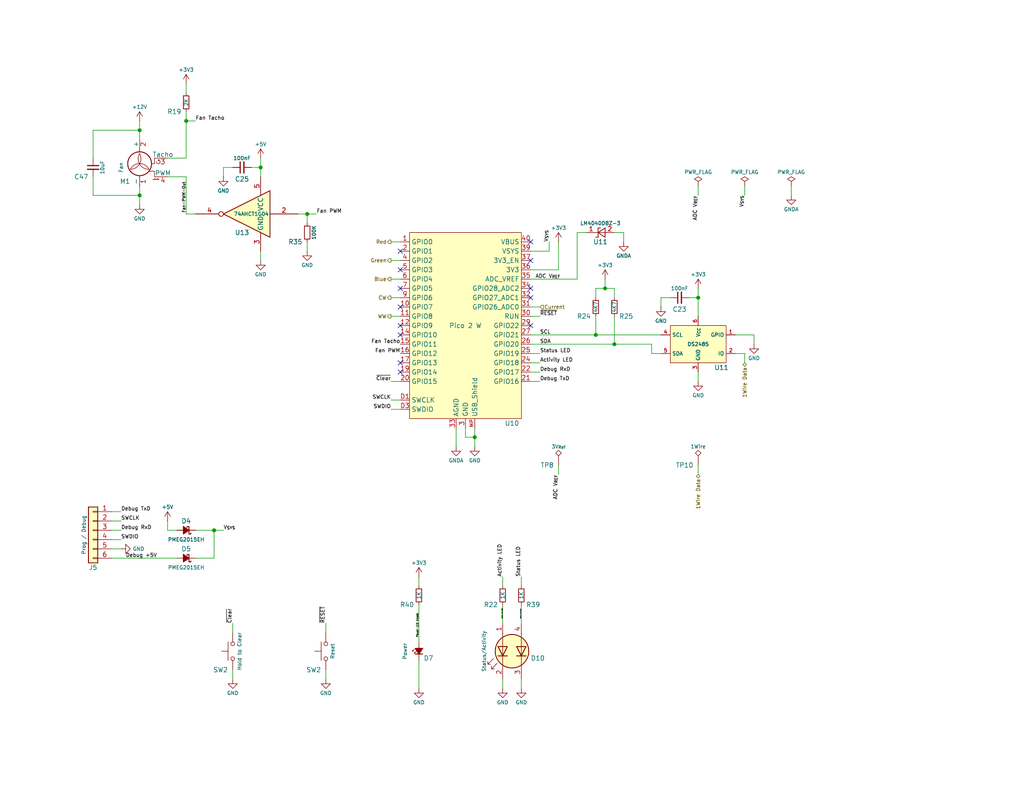
<source format=kicad_sch>
(kicad_sch (version 20231120) (generator "eeschema") (generator_version "8.0")
  (paper "USLetter")
  (title_block (title "Controller") (date "2025-02-06") (rev "1.0.1") (company "Erratic.Tech"))
  (lib_symbols
    (symbol "KiLight Mono:+12V" (power) (pin_numbers hide) (pin_names (offset 0) hide)
      (property "Value" "+12V" (at 0 3.556 0))
      (symbol "+12V_0_1"
        (polyline (pts (xy -0.762 1.27) (xy 0 2.54)))
        (polyline (pts (xy 0 0) (xy 0 2.54)))
        (polyline (pts (xy 0 2.54) (xy 0.762 1.27)))
      )
      (symbol "+12V_1_1"
        (pin power_in line (at 0 0 90) (length 0) (name "~") (number "1"))
      )
    )
    (symbol "KiLight Mono:+3V3" (power) (pin_numbers hide) (pin_names (offset 0) hide)
      (property "Value" "+3V3" (at 0 3.556 0))
      (symbol "+3V3_0_1"
        (polyline (pts (xy -0.762 1.27) (xy 0 2.54)))
        (polyline (pts (xy 0 0) (xy 0 2.54)))
        (polyline (pts (xy 0 2.54) (xy 0.762 1.27)))
      )
      (symbol "+3V3_1_1"
        (pin power_in line (at 0 0 90) (length 0) (name "~") (number "1"))
      )
    )
    (symbol "KiLight Mono:+5V" (power) (pin_numbers hide) (pin_names (offset 0) hide)
      (property "Value" "+5V" (at 0 3.556 0))
      (symbol "+5V_0_1"
        (polyline (pts (xy -0.762 1.27) (xy 0 2.54)))
        (polyline (pts (xy 0 0) (xy 0 2.54)))
        (polyline (pts (xy 0 2.54) (xy 0.762 1.27)))
      )
      (symbol "+5V_1_1"
        (pin power_in line (at 0 0 90) (length 0) (name "~") (number "1"))
      )
    )
    (symbol "KiLight Mono:74AHCT1G04"
      (property "Reference" "U" (at -2.54 3.81 0))
      (property "Value" "74AHCT1G04" (at 0 -3.81 0))
      (symbol "74AHCT1G04_0_1"
        (polyline (pts (xy -7.62 6.35) (xy -7.62 -6.35) (xy 5.08 0) (xy -7.62 6.35)) (stroke (width 0.254)) (fill (type background)))
      )
      (symbol "74AHCT1G04_1_1"
        (pin no_connect line (at 0 0 90) (length 0) hide (name "NC") (number "1"))
        (pin input line (at -15.24 0 0) (length 7.62) (name "~") (number "2"))
        (pin power_in line (at -5.08 -10.16 90) (length 5.08) (name "GND") (number "3"))
        (pin output inverted (at 12.7 0 180) (length 7.62) (name "~") (number "4"))
        (pin power_in line (at -5.08 10.16 270) (length 5.08) (name "VCC") (number "5"))
      )
    )
    (symbol "KiLight Mono:C_Small" (pin_numbers hide) (pin_names (offset 0.254) hide)
      (property "Reference" "C" (at 0.254 1.778 0))
      (property "Value" "C_Small" (at 0.254 -2.032 0))
      (symbol "C_Small_0_1"
        (polyline (pts (xy -1.524 -0.508) (xy 1.524 -0.508)) (stroke (width 0.3302)))
        (polyline (pts (xy -1.524 0.508) (xy 1.524 0.508)) (stroke (width 0.3048)))
      )
      (symbol "C_Small_1_1"
        (pin passive line (at 0 2.54 270) (length 2.032) (name "~") (number "1"))
        (pin passive line (at 0 -2.54 90) (length 2.032) (name "~") (number "2"))
      )
    )
    (symbol "KiLight Mono:Conn_01x06" (pin_names (offset 1.016) hide)
      (property "Reference" "J" (at 0 7.62 0))
      (property "Value" "Conn_01x06" (at 0 -10.16 0))
      (symbol "Conn_01x06_1_1"
        (rectangle (start -1.27 -7.493) (end 0 -7.747) (stroke (width 0.1524)))
        (rectangle (start -1.27 -4.953) (end 0 -5.207) (stroke (width 0.1524)))
        (rectangle (start -1.27 -2.413) (end 0 -2.667) (stroke (width 0.1524)))
        (rectangle (start -1.27 0.127) (end 0 -0.127) (stroke (width 0.1524)))
        (rectangle (start -1.27 2.667) (end 0 2.413) (stroke (width 0.1524)))
        (rectangle (start -1.27 5.207) (end 0 4.953) (stroke (width 0.1524)))
        (rectangle (start -1.27 6.35) (end 1.27 -8.89) (stroke (width 0.254)) (fill (type background)))
        (pin passive line (at -5.08 5.08 0) (length 3.81) (name "Pin_1") (number "1"))
        (pin passive line (at -5.08 2.54 0) (length 3.81) (name "Pin_2") (number "2"))
        (pin passive line (at -5.08 0 0) (length 3.81) (name "Pin_3") (number "3"))
        (pin passive line (at -5.08 -2.54 0) (length 3.81) (name "Pin_4") (number "4"))
        (pin passive line (at -5.08 -5.08 0) (length 3.81) (name "Pin_5") (number "5"))
        (pin passive line (at -5.08 -7.62 0) (length 3.81) (name "Pin_6") (number "6"))
      )
    )
    (symbol "KiLight Mono:DS2485"
      (property "Reference" "U" (at 6.35 -6.35 0))
      (property "Value" "DS2485" (at 0 0 0))
      (symbol "DS2485_1_1"
        (rectangle (start -7.62 5.08) (end 7.62 -5.08) (fill (type background)))
        (pin bidirectional line (at 10.16 2.54 180) (length 2.54) (name "GPIO") (number "1"))
        (pin bidirectional line (at 10.16 -2.54 180) (length 2.54) (name "IO") (number "2"))
        (pin power_in line (at 0 -7.62 90) (length 2.54) (name "GND") (number "3"))
        (pin input line (at -10.16 2.54 0) (length 2.54) (name "SCL") (number "4"))
        (pin bidirectional line (at -10.16 -2.54 0) (length 2.54) (name "SDA") (number "5"))
        (pin power_in line (at 0 7.62 270) (length 2.54) (name "V_{CC}") (number "6"))
        (pin passive line (at 0 -7.62 90) (length 2.54) hide (name "GND") (number "7"))
      )
    )
    (symbol "KiLight Mono:D_Schottky_Small_Filled" (pin_numbers hide) (pin_names (offset 0.254) hide)
      (property "Reference" "D" (at -1.27 2.032 0))
      (property "Value" "D_Schottky_Small_Filled" (at -7.112 -2.032 0))
      (symbol "D_Schottky_Small_Filled_0_1"
        (polyline (pts (xy -0.762 0) (xy 0.762 0)))
        (polyline (pts (xy 0.762 -1.016) (xy -0.762 0) (xy 0.762 1.016) (xy 0.762 -1.016)) (stroke (width 0.254)) (fill (type outline)))
        (polyline (pts (xy -1.27 0.762) (xy -1.27 1.016) (xy -0.762 1.016) (xy -0.762 -1.016) (xy -0.254 -1.016) (xy -0.254 -0.762)) (stroke (width 0.254)))
      )
      (symbol "D_Schottky_Small_Filled_1_1"
        (pin passive line (at -2.54 0 0) (length 1.778) (name "K") (number "1"))
        (pin passive line (at 2.54 0 180) (length 1.778) (name "A") (number "2"))
      )
    )
    (symbol "KiLight Mono:Fan_4pin" (pin_names (offset 0))
      (property "Reference" "M" (at 2.54 5.08 0))
      (property "Value" "Fan_4pin" (at 2.54 -2.54 0))
      (symbol "Fan_4pin_0_0"
        (arc (start -5.588 1.524) (mid -5.08 1.0182) (end -4.572 1.524))
        (arc (start -5.08 2.032) (mid -5.4392 1.8832) (end -5.588 1.524))
        (polyline (pts (xy -5.08 2.032) (xy -5.334 2.159)))
        (polyline (pts (xy -5.08 2.032) (xy -5.207 1.778)))
        (polyline (pts (xy -4.064 2.54) (xy -4.064 1.016) (xy -3.302 1.016)))
      )
      (symbol "Fan_4pin_0_1"
        (arc (start -2.54 -0.508) (mid 0.0028 0.9121) (end 0 3.81))
        (polyline (pts (xy -4.064 2.54) (xy -5.08 2.54)))
        (polyline (pts (xy 0 -5.08) (xy 0 -4.572)))
        (polyline (pts (xy 0 -2.2352) (xy 0 -2.6416)))
        (polyline (pts (xy 0 4.2672) (xy 0 4.6228)))
        (polyline (pts (xy 0 4.572) (xy 0 5.08)))
        (polyline (pts (xy -2.54 -1.016) (xy -4.064 -1.016) (xy -4.064 -2.54) (xy -5.08 -2.54)))
        (polyline (pts (xy -5.334 -3.302) (xy -5.08 -3.302) (xy -5.08 -3.048) (xy -4.826 -3.048) (xy -4.826 -3.302) (xy -4.318 -3.302) (xy -4.318 -3.048) (xy -4.064 -3.048) (xy -4.064 -3.302) (xy -3.556 -3.302)))
        (circle (center 0 1.016) (radius 3.2512) (stroke (width 0.254)))
        (arc (start 0 3.81) (mid 0.053 0.921) (end 2.54 -0.508))
        (arc (start 2.54 -0.508) (mid 0 1.0618) (end -2.54 -0.508))
      )
      (symbol "Fan_4pin_1_1"
        (pin passive line (at 0 -5.08 90) (length 2.54) (name "-") (number "1"))
        (pin passive line (at 0 7.62 270) (length 2.54) (name "+") (number "2"))
        (pin passive line (at -7.62 2.54 0) (length 2.54) (name "Tacho") (number "3"))
        (pin input line (at -7.62 -2.54 0) (length 2.54) (name "PWM") (number "4"))
      )
    )
    (symbol "KiLight Mono:GND" (power) (pin_numbers hide) (pin_names (offset 0) hide)
      (property "Value" "GND" (at 0 -3.81 0))
      (symbol "GND_0_1"
        (polyline (pts (xy 0 0) (xy 0 -1.27) (xy 1.27 -1.27) (xy 0 -2.54) (xy -1.27 -1.27) (xy 0 -1.27)))
      )
      (symbol "GND_1_1"
        (pin power_in line (at 0 0 270) (length 0) (name "~") (number "1"))
      )
    )
    (symbol "KiLight Mono:GNDA" (power) (pin_numbers hide) (pin_names (offset 0) hide)
      (property "Value" "GNDA" (at 0 -3.81 0))
      (symbol "GNDA_0_1"
        (polyline (pts (xy 0 0) (xy 0 -1.27) (xy 1.27 -1.27) (xy 0 -2.54) (xy -1.27 -1.27) (xy 0 -1.27)))
      )
      (symbol "GNDA_1_1"
        (pin power_in line (at 0 0 270) (length 0) (name "~") (number "1"))
      )
    )
    (symbol "KiLight Mono:LED_Dual_AKKA" (pin_names (offset 0) hide)
      (property "Reference" "D" (at 0 5.715 0))
      (property "Value" "LED_Dual_AKKA" (at 0 -6.35 0))
      (symbol "LED_Dual_AKKA_0_1"
        (polyline (pts (xy -5.08 -2.54) (xy 2.032 -2.54)))
        (polyline (pts (xy -5.08 2.54) (xy 2.032 2.54)))
        (polyline (pts (xy 1.27 -1.27) (xy 1.27 -3.81)) (stroke (width 0.254)))
        (polyline (pts (xy 1.27 3.81) (xy 1.27 1.27)) (stroke (width 0.254)))
        (polyline (pts (xy 3.81 -2.54) (xy 1.905 -2.54)))
        (polyline (pts (xy 3.81 2.54) (xy 1.905 2.54)))
        (polyline (pts (xy -1.27 -1.27) (xy -1.27 -3.81) (xy 1.27 -2.54) (xy -1.27 -1.27)) (stroke (width 0.254)))
        (polyline (pts (xy -1.27 3.81) (xy -1.27 1.27) (xy 1.27 2.54) (xy -1.27 3.81)) (stroke (width 0.254)))
        (polyline (pts (xy 2.032 5.08) (xy 3.556 6.604) (xy 2.794 6.604) (xy 3.556 6.604) (xy 3.556 5.842)))
        (polyline (pts (xy 3.302 4.064) (xy 4.826 5.588) (xy 4.064 5.588) (xy 4.826 5.588) (xy 4.826 4.826)))
        (circle (center 0 0) (radius 4.572) (stroke (width 0.254)) (fill (type background)))
      )
      (symbol "LED_Dual_AKKA_1_1"
        (pin input line (at -7.62 2.54 0) (length 3.048) (name "A1") (number "1"))
        (pin input line (at 7.62 2.54 180) (length 3.81) (name "K1") (number "2"))
        (pin input line (at 7.62 -2.54 180) (length 3.81) (name "K2") (number "3"))
        (pin input line (at -7.62 -2.54 0) (length 3.048) (name "A2") (number "4"))
      )
    )
    (symbol "KiLight Mono:LED_Small_Filled" (pin_numbers hide) (pin_names (offset 0.254) hide)
      (property "Reference" "D" (at -1.27 3.175 0))
      (property "Value" "LED_Small_Filled" (at -4.445 -2.54 0))
      (symbol "LED_Small_Filled_0_1"
        (polyline (pts (xy -0.762 -1.016) (xy -0.762 1.016)) (stroke (width 0.254)))
        (polyline (pts (xy 1.016 0) (xy -0.762 0)))
        (polyline (pts (xy 0.762 -1.016) (xy -0.762 0) (xy 0.762 1.016) (xy 0.762 -1.016)) (stroke (width 0.254)) (fill (type outline)))
        (polyline (pts (xy 0 0.762) (xy -0.508 1.27) (xy -0.254 1.27) (xy -0.508 1.27) (xy -0.508 1.016)))
        (polyline (pts (xy 0.508 1.27) (xy 0 1.778) (xy 0.254 1.778) (xy 0 1.778) (xy 0 1.524)))
      )
      (symbol "LED_Small_Filled_1_1"
        (pin passive line (at -2.54 0 0) (length 1.778) (name "K") (number "1"))
        (pin passive line (at 2.54 0 180) (length 1.778) (name "A") (number "2"))
      )
    )
    (symbol "KiLight Mono:LM4040DBZ-3" (pin_names (offset 0.0254) hide)
      (property "Reference" "U" (at 0 2.54 0))
      (property "Value" "LM4040DBZ-3" (at 0 -3.175 0))
      (symbol "LM4040DBZ-3_0_1"
        (polyline (pts (xy -1.27 0) (xy 0 0) (xy 1.27 0)))
        (polyline (pts (xy -1.27 -1.27) (xy 0.635 0) (xy -1.27 1.27) (xy -1.27 -1.27)) (stroke (width 0.2032)))
        (polyline (pts (xy 0 -1.27) (xy 0.635 -1.27) (xy 0.635 1.27) (xy 1.27 1.27)) (stroke (width 0.2032)))
      )
      (symbol "LM4040DBZ-3_1_1"
        (pin passive line (at 3.81 0 180) (length 2.54) (name "K") (number "1"))
        (pin passive line (at -3.81 0 0) (length 2.54) (name "A") (number "2"))
        (pin no_connect line (at -1.27 0 0) (length 2.54) hide (name "NC") (number "3"))
      )
    )
    (symbol "KiLight Mono:PWR_FLAG" (power) (pin_numbers hide) (pin_names (offset 0) hide)
      (property "Value" "PWR_FLAG" (at 0 3.81 0))
      (symbol "PWR_FLAG_0_0"
        (pin power_out line (at 0 0 90) (length 0) (name "~") (number "1"))
      )
      (symbol "PWR_FLAG_0_1"
        (polyline (pts (xy 0 0) (xy 0 1.27) (xy -1.016 1.905) (xy 0 2.54) (xy 1.016 1.905) (xy 0 1.27)))
      )
    )
    (symbol "KiLight Mono:PicoW (SMD, No TP Pads)"
      (property "Reference" "U" (at 13.97 -26.67 0))
      (property "Value" "PicoW" (at 0 19.05 0))
      (symbol "PicoW (SMD, No TP Pads)_0_1"
        (rectangle (start -15.24 25.4) (end 15.24 -25.4) (fill (type background)))
      )
      (symbol "PicoW (SMD, No TP Pads)_1_1"
        (pin bidirectional line (at -17.78 22.86 0) (length 2.54) (name "GPIO0") (number "1"))
        (pin bidirectional line (at -17.78 5.08 0) (length 2.54) (name "GPIO7") (number "10"))
        (pin bidirectional line (at -17.78 2.54 0) (length 2.54) (name "GPIO8") (number "11"))
        (pin bidirectional line (at -17.78 0 0) (length 2.54) (name "GPIO9") (number "12"))
        (pin power_in line (at 0 -27.94 90) (length 2.54) hide (name "GND") (number "13"))
        (pin bidirectional line (at -17.78 -2.54 0) (length 2.54) (name "GPIO10") (number "14"))
        (pin bidirectional line (at -17.78 -5.08 0) (length 2.54) (name "GPIO11") (number "15"))
        (pin bidirectional line (at -17.78 -7.62 0) (length 2.54) (name "GPIO12") (number "16"))
        (pin bidirectional line (at -17.78 -10.16 0) (length 2.54) (name "GPIO13") (number "17"))
        (pin power_in line (at 0 -27.94 90) (length 2.54) hide (name "GND") (number "18"))
        (pin bidirectional line (at -17.78 -12.7 0) (length 2.54) (name "GPIO14") (number "19"))
        (pin bidirectional line (at -17.78 20.32 0) (length 2.54) (name "GPIO1") (number "2"))
        (pin bidirectional line (at -17.78 -15.24 0) (length 2.54) (name "GPIO15") (number "20"))
        (pin bidirectional line (at 17.78 -15.24 180) (length 2.54) (name "GPIO16") (number "21"))
        (pin bidirectional line (at 17.78 -12.7 180) (length 2.54) (name "GPIO17") (number "22"))
        (pin power_in line (at 0 -27.94 90) (length 2.54) hide (name "GND") (number "23"))
        (pin bidirectional line (at 17.78 -10.16 180) (length 2.54) (name "GPIO18") (number "24"))
        (pin bidirectional line (at 17.78 -7.62 180) (length 2.54) (name "GPIO19") (number "25"))
        (pin bidirectional line (at 17.78 -5.08 180) (length 2.54) (name "GPIO20") (number "26"))
        (pin bidirectional line (at 17.78 -2.54 180) (length 2.54) (name "GPIO21") (number "27"))
        (pin power_in line (at 0 -27.94 90) (length 2.54) hide (name "GND") (number "28"))
        (pin bidirectional line (at 17.78 0 180) (length 2.54) (name "GPIO22") (number "29"))
        (pin power_in line (at 0 -27.94 90) (length 2.54) (name "GND") (number "3"))
        (pin input line (at 17.78 2.54 180) (length 2.54) (name "RUN") (number "30"))
        (pin bidirectional line (at 17.78 5.08 180) (length 2.54) (name "GPIO26_ADC0") (number "31"))
        (pin bidirectional line (at 17.78 7.62 180) (length 2.54) (name "GPIO27_ADC1") (number "32"))
        (pin power_in line (at -2.54 -27.94 90) (length 2.54) (name "AGND") (number "33"))
        (pin bidirectional line (at 17.78 10.16 180) (length 2.54) (name "GPIO28_ADC2") (number "34"))
        (pin power_in line (at 17.78 12.7 180) (length 2.54) (name "ADC_VREF") (number "35"))
        (pin power_in line (at 17.78 15.24 180) (length 2.54) (name "3V3") (number "36"))
        (pin input line (at 17.78 17.78 180) (length 2.54) (name "3V3_EN") (number "37"))
        (pin power_in line (at 0 -27.94 90) (length 2.54) hide (name "GND") (number "38"))
        (pin power_in line (at 17.78 20.32 180) (length 2.54) (name "VSYS") (number "39"))
        (pin bidirectional line (at -17.78 17.78 0) (length 2.54) (name "GPIO2") (number "4"))
        (pin power_in line (at 17.78 22.86 180) (length 2.54) (name "VBUS") (number "40"))
        (pin bidirectional line (at -17.78 15.24 0) (length 2.54) (name "GPIO3") (number "5"))
        (pin bidirectional line (at -17.78 12.7 0) (length 2.54) (name "GPIO4") (number "6"))
        (pin bidirectional line (at -17.78 10.16 0) (length 2.54) (name "GPIO5") (number "7"))
        (pin power_in line (at 0 -27.94 90) (length 2.54) hide (name "GND") (number "8"))
        (pin bidirectional line (at -17.78 7.62 0) (length 2.54) (name "GPIO6") (number "9"))
        (pin input line (at -17.78 -20.32 0) (length 2.54) (name "SWCLK") (number "D1"))
        (pin power_in line (at 0 -27.94 90) (length 2.54) hide (name "GND") (number "D2"))
        (pin bidirectional line (at -17.78 -22.86 0) (length 2.54) (name "SWDIO") (number "D3"))
        (pin passive line (at 2.54 -27.94 90) (length 2.54) (name "USB_Shield") (number "MP"))
      )
    )
    (symbol "KiLight Mono:R_Small" (pin_numbers hide) (pin_names (offset 0.254) hide)
      (property "Reference" "R" (at 0.762 0.508 0))
      (property "Value" "R_Small" (at 0.762 -1.016 0))
      (symbol "R_Small_0_1"
        (rectangle (start -0.762 1.778) (end 0.762 -1.778) (stroke (width 0.2032)))
      )
      (symbol "R_Small_1_1"
        (pin passive line (at 0 2.54 270) (length 0.762) (name "~") (number "1"))
        (pin passive line (at 0 -2.54 90) (length 0.762) (name "~") (number "2"))
      )
    )
    (symbol "KiLight Mono:SW_Push" (pin_numbers hide) (pin_names (offset 1.016) hide)
      (property "Reference" "SW" (at 1.27 2.54 0))
      (property "Value" "SW_Push" (at 0 -1.524 0))
      (symbol "SW_Push_0_1"
        (circle (center -2.032 0) (radius 0.508))
        (polyline (pts (xy 0 1.27) (xy 0 3.048)))
        (polyline (pts (xy 2.54 1.27) (xy -2.54 1.27)))
        (circle (center 2.032 0) (radius 0.508))
        (pin passive line (at -5.08 0 0) (length 2.54) (name "1") (number "1"))
        (pin passive line (at 5.08 0 180) (length 2.54) (name "2") (number "2"))
      )
    )
    (symbol "KiLight Mono:TestPoint_Alt" (pin_numbers hide) (pin_names (offset 0.762) hide)
      (property "Reference" "TP" (at 0 6.858 0))
      (property "Value" "TestPoint_Alt" (at 0 5.08 0))
      (symbol "TestPoint_Alt_0_1"
        (polyline (pts (xy 0 2.54) (xy -0.762 3.302) (xy 0 4.064) (xy 0.762 3.302) (xy 0 2.54)))
      )
      (symbol "TestPoint_Alt_1_1"
        (pin passive line (at 0 0 90) (length 2.54) (name "1") (number "1"))
      )
    )
  )
  (junction (at 58.42 144.78))
  (junction (at 38.1 35.56))
  (junction (at 190.5 81.28))
  (junction (at 167.64 93.98))
  (junction (at 50.8 33.02))
  (junction (at 38.1 53.34))
  (junction (at 129.54 119.38))
  (junction (at 71.12 45.72))
  (junction (at 165.1 78.74))
  (junction (at 83.82 58.42))
  (junction (at 162.56 91.44))
  (no_connect (at 144.78 81.28))
  (no_connect (at 144.78 66.04))
  (no_connect (at 109.22 73.66))
  (no_connect (at 109.22 78.74))
  (no_connect (at 144.78 78.74))
  (no_connect (at 144.78 71.12))
  (no_connect (at 144.78 88.9))
  (no_connect (at 109.22 101.6))
  (no_connect (at 109.22 83.82))
  (no_connect (at 109.22 99.06))
  (no_connect (at 109.22 68.58))
  (no_connect (at 109.22 88.9))
  (no_connect (at 109.22 91.44))
  (wire (pts (xy 215.9 50.8) (xy 215.9 53.34)))
  (wire (pts (xy 25.4 35.56) (xy 38.1 35.56)))
  (wire (pts (xy 144.78 76.2) (xy 157.48 76.2)))
  (wire (pts (xy 162.56 91.44) (xy 180.34 91.44)))
  (wire (pts (xy 137.16 157.48) (xy 137.16 160.02)))
  (wire (pts (xy 152.4 73.66) (xy 144.78 73.66)))
  (wire (pts (xy 144.78 91.44) (xy 162.56 91.44)))
  (wire (pts (xy 25.4 43.18) (xy 25.4 35.56)))
  (wire (pts (xy 142.24 185.42) (xy 142.24 187.96)))
  (wire (pts (xy 144.78 93.98) (xy 167.64 93.98)))
  (wire (pts (xy 50.8 58.42) (xy 53.34 58.42)))
  (wire (pts (xy 203.2 50.8) (xy 203.2 53.34)))
  (wire (pts (xy 177.8 96.52) (xy 177.8 93.98)))
  (wire (pts (xy 71.12 43.18) (xy 71.12 45.72)))
  (wire (pts (xy 144.78 68.58) (xy 149.86 68.58)))
  (wire (pts (xy 162.56 78.74) (xy 162.56 81.28)))
  (wire (pts (xy 180.34 96.52) (xy 177.8 96.52)))
  (wire (pts (xy 144.78 83.82) (xy 147.32 83.82)))
  (wire (pts (xy 157.48 63.5) (xy 160.02 63.5)))
  (wire (pts (xy 50.8 48.26) (xy 50.8 58.42)))
  (wire (pts (xy 50.8 30.48) (xy 50.8 33.02)))
  (wire (pts (xy 114.3 180.34) (xy 114.3 187.96)))
  (wire (pts (xy 114.3 157.48) (xy 114.3 160.02)))
  (wire (pts (xy 167.64 81.28) (xy 167.64 78.74)))
  (wire (pts (xy 53.34 152.4) (xy 58.42 152.4)))
  (wire (pts (xy 187.96 81.28) (xy 190.5 81.28)))
  (wire (pts (xy 58.42 144.78) (xy 53.34 144.78)))
  (wire (pts (xy 137.16 185.42) (xy 137.16 187.96)))
  (wire (pts (xy 149.86 66.04) (xy 149.86 68.58)))
  (wire (pts (xy 167.64 93.98) (xy 177.8 93.98)))
  (wire (pts (xy 30.48 142.24) (xy 33.02 142.24)))
  (wire (pts (xy 25.4 53.34) (xy 38.1 53.34)))
  (wire (pts (xy 106.68 76.2) (xy 109.22 76.2)))
  (wire (pts (xy 106.68 111.76) (xy 109.22 111.76)))
  (wire (pts (xy 147.32 99.06) (xy 144.78 99.06)))
  (wire (pts (xy 129.54 116.84) (xy 129.54 119.38)))
  (wire (pts (xy 190.5 50.8) (xy 190.5 53.34)))
  (wire (pts (xy 200.66 96.52) (xy 203.2 96.52)))
  (wire (pts (xy 88.9 172.72) (xy 88.9 170.18)))
  (wire (pts (xy 167.64 86.36) (xy 167.64 93.98)))
  (wire (pts (xy 142.24 157.48) (xy 142.24 160.02)))
  (wire (pts (xy 106.68 66.04) (xy 109.22 66.04)))
  (wire (pts (xy 127 119.38) (xy 127 116.84)))
  (wire (pts (xy 205.74 91.44) (xy 200.66 91.44)))
  (wire (pts (xy 205.74 93.98) (xy 205.74 91.44)))
  (wire (pts (xy 129.54 119.38) (xy 129.54 121.92)))
  (wire (pts (xy 144.78 104.14) (xy 147.32 104.14)))
  (wire (pts (xy 25.4 48.26) (xy 25.4 53.34)))
  (wire (pts (xy 58.42 144.78) (xy 60.96 144.78)))
  (wire (pts (xy 71.12 45.72) (xy 68.58 45.72)))
  (wire (pts (xy 33.02 139.7) (xy 30.48 139.7)))
  (wire (pts (xy 152.4 127) (xy 152.4 129.54)))
  (wire (pts (xy 63.5 182.88) (xy 63.5 185.42)))
  (wire (pts (xy 203.2 96.52) (xy 203.2 99.06)))
  (wire (pts (xy 38.1 50.8) (xy 38.1 53.34)))
  (wire (pts (xy 63.5 45.72) (xy 60.96 45.72)))
  (wire (pts (xy 45.72 43.18) (xy 50.8 43.18)))
  (wire (pts (xy 106.68 86.36) (xy 109.22 86.36)))
  (wire (pts (xy 45.72 142.24) (xy 45.72 144.78)))
  (wire (pts (xy 60.96 45.72) (xy 60.96 48.26)))
  (wire (pts (xy 33.02 144.78) (xy 30.48 144.78)))
  (wire (pts (xy 38.1 53.34) (xy 38.1 55.88)))
  (wire (pts (xy 152.4 66.04) (xy 152.4 73.66)))
  (wire (pts (xy 129.54 119.38) (xy 127 119.38)))
  (wire (pts (xy 167.64 78.74) (xy 165.1 78.74)))
  (wire (pts (xy 83.82 58.42) (xy 86.36 58.42)))
  (wire (pts (xy 63.5 170.18) (xy 63.5 172.72)))
  (wire (pts (xy 144.78 101.6) (xy 147.32 101.6)))
  (wire (pts (xy 106.68 81.28) (xy 109.22 81.28)))
  (wire (pts (xy 81.28 58.42) (xy 83.82 58.42)))
  (wire (pts (xy 144.78 86.36) (xy 147.32 86.36)))
  (wire (pts (xy 106.68 104.14) (xy 109.22 104.14)))
  (wire (pts (xy 157.48 63.5) (xy 157.48 76.2)))
  (wire (pts (xy 142.24 165.1) (xy 142.24 170.18)))
  (wire (pts (xy 58.42 144.78) (xy 58.42 152.4)))
  (wire (pts (xy 53.34 33.02) (xy 50.8 33.02)))
  (wire (pts (xy 165.1 78.74) (xy 162.56 78.74)))
  (wire (pts (xy 190.5 127) (xy 190.5 129.54)))
  (wire (pts (xy 190.5 78.74) (xy 190.5 81.28)))
  (wire (pts (xy 45.72 144.78) (xy 48.26 144.78)))
  (wire (pts (xy 167.64 63.5) (xy 170.18 63.5)))
  (wire (pts (xy 83.82 66.04) (xy 83.82 68.58)))
  (wire (pts (xy 30.48 152.4) (xy 48.26 152.4)))
  (wire (pts (xy 38.1 33.02) (xy 38.1 35.56)))
  (wire (pts (xy 38.1 35.56) (xy 38.1 38.1)))
  (wire (pts (xy 162.56 86.36) (xy 162.56 91.44)))
  (wire (pts (xy 30.48 147.32) (xy 33.02 147.32)))
  (wire (pts (xy 71.12 48.26) (xy 71.12 45.72)))
  (wire (pts (xy 30.48 149.86) (xy 33.02 149.86)))
  (wire (pts (xy 165.1 76.2) (xy 165.1 78.74)))
  (wire (pts (xy 190.5 101.6) (xy 190.5 104.14)))
  (wire (pts (xy 114.3 165.1) (xy 114.3 175.26)))
  (wire (pts (xy 50.8 33.02) (xy 50.8 43.18)))
  (wire (pts (xy 180.34 83.82) (xy 180.34 81.28)))
  (wire (pts (xy 50.8 22.86) (xy 50.8 25.4)))
  (wire (pts (xy 147.32 96.52) (xy 144.78 96.52)))
  (wire (pts (xy 180.34 81.28) (xy 182.88 81.28)))
  (wire (pts (xy 124.46 116.84) (xy 124.46 121.92)))
  (wire (pts (xy 106.68 71.12) (xy 109.22 71.12)))
  (wire (pts (xy 88.9 182.88) (xy 88.9 185.42)))
  (wire (pts (xy 106.68 109.22) (xy 109.22 109.22)))
  (wire (pts (xy 71.12 68.58) (xy 71.12 71.12)))
  (wire (pts (xy 137.16 165.1) (xy 137.16 170.18)))
  (wire (pts (xy 190.5 81.28) (xy 190.5 86.36)))
  (wire (pts (xy 45.72 48.26) (xy 50.8 48.26)))
  (wire (pts (xy 170.18 63.5) (xy 170.18 66.04)))
  (wire (pts (xy 83.82 58.42) (xy 83.82 60.96)))
  (label "Status LED" (at 147.32 96.52 0) (effects (font (size 1 1))))
  (label "Debug +5V" (at 34.29 152.4 0) (effects (font (size 1 1))))
  (label "Debug TxD" (at 147.32 104.14 0) (effects (font (size 1 1))))
  (label "SCL" (at 147.32 91.44 0) (effects (font (size 1 1))))
  (label "Debug TxD" (at 33.02 139.7 0) (effects (font (size 1 1))))
  (label "ADC V_{REF}" (at 190.5 53.34 270) (effects (font (size 1 1))))
  (label "SWCLK" (at 33.02 142.24 0) (effects (font (size 1 1))))
  (label "Fan PWM" (at 86.36 58.42 0) (effects (font (size 1 1))))
  (label "Activity LED" (at 147.32 99.06 0) (effects (font (size 1 1))))
  (label "V_{SYS}" (at 149.86 66.04 90) (effects (font (size 1 1))))
  (label "Status LED Anode" (at 142.24 168.91 90) (effects (font (size 0.2 0.2))))
  (label "SWDIO" (at 33.02 147.32 0) (effects (font (size 1 1))))
  (label "SWCLK" (at 106.68 109.22 180) (effects (font (size 1 1))))
  (label "~{RESET}" (at 147.32 86.36 0) (effects (font (size 1 1))))
  (label "Fan-PWM-Out" (at 50.8 49.53 270) (effects (font (size 0.762 0.762))))
  (label "V_{SYS}" (at 60.96 144.78 0) (effects (font (size 1 1))))
  (label "Debug RxD" (at 33.02 144.78 0) (effects (font (size 1 1))))
  (label "V_{SYS}" (at 203.2 53.34 270) (effects (font (size 1 1))))
  (label "~{Clear}" (at 106.68 104.14 180) (effects (font (size 1 1))))
  (label "ADC V_{REF}" (at 152.4 129.54 270) (effects (font (size 1 1))))
  (label "~{RESET}" (at 88.9 170.18 90) (effects (font (size 1 1))))
  (label "Activity LED Anode" (at 137.16 168.91 90) (effects (font (size 0.2 0.2))))
  (label "Fan Tacho" (at 109.22 93.98 180) (effects (font (size 1 1))))
  (label "Status LED" (at 142.24 157.48 90) (effects (font (size 1 1))))
  (label "Fan PWM" (at 109.22 96.52 180) (effects (font (size 1 1))))
  (label "Power LED Anode" (at 114.3 173.99 90) (effects (font (size 0.5 0.5))))
  (label "SWDIO" (at 106.68 111.76 180) (effects (font (size 1 1))))
  (label "SDA" (at 147.32 93.98 0) (effects (font (size 1 1))))
  (label "ADC V_{REF}" (at 146.05 76.2 0) (effects (font (size 1 1))))
  (label "Debug RxD" (at 147.32 101.6 0) (effects (font (size 1 1))))
  (label "Activity LED" (at 137.16 157.48 90) (effects (font (size 1 1))))
  (label "~{Clear}" (at 63.5 170.18 90) (effects (font (size 1 1))))
  (label "Fan Tacho" (at 53.34 33.02 0) (effects (font (size 1 1))))
  (hierarchical_label "Current" (shape input) (at 147.32 83.82 0) (effects (font (size 1 1))))
  (hierarchical_label "Red" (shape output) (at 106.68 66.04 180) (effects (font (size 1 1))))
  (hierarchical_label "WW" (shape output) (at 106.68 86.36 180) (effects (font (size 1 1))))
  (hierarchical_label "CW" (shape output) (at 106.68 81.28 180) (effects (font (size 1 1))))
  (hierarchical_label "Green" (shape output) (at 106.68 71.12 180) (effects (font (size 1 1))))
  (hierarchical_label "1Wire Data" (shape bidirectional) (at 190.5 129.54 270) (effects (font (size 1 1))))
  (hierarchical_label "Blue" (shape output) (at 106.68 76.2 180) (effects (font (size 1 1))))
  (hierarchical_label "1Wire Data" (shape bidirectional) (at 203.2 99.06 270) (effects (font (size 1 1))))
  (symbol (lib_id "KiLight Mono:R_Small") (at 167.64 83.82 0) (unit 1)
    (property "Reference" "R25" (at 168.91 86.36 0) (effects (justify left)))
    (property "Value" "4K7" (at 167.64 83.82 90) (effects (font (size 0.9906 0.9906))))
    (property "Footprint" "Resistor_SMD:R_0603_1608Metric" (effects (hide yes)))
    (property "Part Number" "CR0603-FX-4701ELF" (effects (hide yes)))
  )
  (symbol (lib_id "KiLight Mono:C_Small") (at 185.42 81.28 90) (unit 1)
    (property "Reference" "C23" (at 185.42 84.455 90))
    (property "Value" "100nF" (at 185.42 78.74 90) (effects (font (size 1 1))))
    (property "Footprint" "Capacitor_SMD:C_0603_1608Metric" (effects (hide yes)))
    (property "Part Number" "C0603C104K5RACTU" (effects (hide yes)))
  )
  (symbol (lib_id "KiLight Mono:+12V") (at 38.1 33.02 0) (mirror y) (unit 1)
    (property "Reference" "#PWR0108" (effects (hide yes)))
    (property "Value" "+12V" (at 38.1 29.21 0) (effects (font (size 1 1))))
    (property "Description" "Power symbol creates a global label with name \"+12V\"" (effects (hide yes)))
    (instances (project "Light Module" (path "" (reference "#PWR0108") (unit 1))) (project "Light Module" (path "" (reference "#PWR079") (unit 1))))
  )
  (symbol (lib_id "KiLight Mono:GND") (at 71.12 71.12 0) (unit 1)
    (property "Reference" "#PWR0102" (effects (hide yes)))
    (property "Value" "GND" (at 71.12 74.93 0) (effects (font (size 0.9906 0.9906))))
    (instances (project "Light Module" (path "" (reference "#PWR0102") (unit 1))) (project "Light Module" (path "" (reference "#PWR077") (unit 1))))
  )
  (symbol (lib_id "KiLight Mono:+3V3") (at 50.8 22.86 0) (mirror y) (unit 1)
    (property "Reference" "#PWR0100" (effects (hide yes)))
    (property "Value" "+3V3" (at 50.8 19.05 0) (effects (font (size 1 1))))
    (property "Description" "Power symbol creates a global label with name \"+3V3\"" (effects (hide yes)))
    (instances (project "Light Module" (path "" (reference "#PWR0100") (unit 1))) (project "Light Module" (path "" (reference "#PWR075") (unit 1))))
  )
  (symbol (lib_id "KiLight Mono:GND") (at 180.34 83.82 0) (unit 1)
    (property "Reference" "#PWR091" (effects (hide yes)))
    (property "Value" "GND" (at 180.34 87.63 0) (effects (font (size 1 1))))
    (property "Description" "Power symbol creates a global label with name \"GND\" , ground" (effects (hide yes)))
  )
  (symbol (lib_id "KiLight Mono:+3V3") (at 152.4 66.04 0) (unit 1)
    (property "Reference" "#PWR0116" (effects (hide yes)))
    (property "Value" "+3V3" (at 152.4 62.23 0) (effects (font (size 1 1))))
    (property "Description" "Power symbol creates a global label with name \"+3V3\"" (effects (hide yes)))
    (instances (project "" (path "" (reference "#PWR0116") (unit 1))) (project "" (path "" (reference "#PWR088") (unit 1))))
  )
  (symbol (lib_id "KiLight Mono:GND") (at 33.02 149.86 90) (mirror x) (unit 1)
    (property "Reference" "#PWR099" (effects (hide yes)))
    (property "Value" "GND" (at 36.195 149.86 90) (effects (font (size 1 1)) (justify right)))
    (property "Description" "Power symbol creates a global label with name \"GND\" , ground" (effects (hide yes)))
    (instances (project "Light Module" (path "" (reference "#PWR099") (unit 1))) (project "Light Module" (path "" (reference "#PWR074") (unit 1))))
  )
  (symbol (lib_id "KiLight Mono:Conn_01x06") (at 25.4 144.78 0) (mirror y) (unit 1)
    (property "Reference" "J5" (at 25.4 154.94 0))
    (property "Value" "Prog / Debug" (at 22.86 146.05 90) (effects (font (size 1 1))))
    (property "Footprint" "Connector_Amphenol-Local:Amphenol_MiniTek_95000-x06_1x06_P2.0mm_Horizontal" (effects (hide yes)))
    (property "Description" "Generic connector, single row, 01x06, script generated (kicad-library-utils/schlib/autogen/connector/)" (effects (hide yes)))
    (property "Part Number" "95000-106TRLF" (effects (hide yes)))
    (instances (project "Light Module" (path "" (reference "J5") (unit 1))) (project "Light Module" (path "" (reference "J3") (unit 1))))
  )
  (symbol (lib_id "KiLight Mono:LM4040DBZ-3") (at 163.83 63.5 180) (unit 1)
    (property "Reference" "U11" (at 163.83 66.04 0))
    (property "Value" "LM4040DBZ-3" (at 163.83 60.96 0) (effects (font (size 1 1))))
    (property "Footprint" "Package_TO_SOT_SMD:SOT-23" (effects (hide yes)))
    (property "Datasheet" "http://www.ti.com/lit/ds/symlink/lm4040-n.pdf" (effects (hide yes)))
    (property "Description" "3.000V Precision Micropower Shunt Voltage Reference, SOT-23" (effects (hide yes)))
    (property "Part Number" "LM4040A30IDBZR" (effects (hide yes)))
    (instances (project "" (path "" (reference "U11") (unit 1))) (project "" (path "" (reference "U10") (unit 1))))
  )
  (symbol (lib_id "KiLight Mono:R_Small") (at 142.24 162.56 0) (unit 1)
    (property "Reference" "R39" (at 143.51 165.1 0) (effects (justify left)))
    (property "Value" "1K" (at 142.24 162.56 90) (effects (font (size 1 1))))
    (property "Footprint" "Resistor_SMD:R_0603_1608Metric" (effects (hide yes)))
    (property "Description" "Resistor, small symbol" (effects (hide yes)))
    (property "Part Number" "CR0603-FX-1001ELF" (effects (hide yes)))
    (instances (project "" (path "" (reference "R39") (unit 1))) (project "" (path "" (reference "R23") (unit 1))))
  )
  (symbol (lib_id "KiLight Mono:GND") (at 142.24 187.96 0) (unit 1)
    (property "Reference" "#PWR087" (effects (hide yes)))
    (property "Value" "GND" (at 142.24 191.77 0) (effects (font (size 0.9906 0.9906))))
    (property "Description" "Power symbol creates a global label with name \"GND\" , ground" (effects (hide yes)))
  )
  (symbol (lib_id "KiLight Mono:GND") (at 88.9 185.42 0) (unit 1)
    (property "Reference" "#PWR0110" (effects (hide yes)))
    (property "Value" "GND" (at 88.9 189.23 0) (effects (font (size 0.9906 0.9906))))
    (property "Description" "Power symbol creates a global label with name \"GND\" , ground" (effects (hide yes)))
    (instances (project "Light Module" (path "" (reference "#PWR0110") (unit 1))) (project "Light Module" (path "" (reference "#PWR081") (unit 1))))
  )
  (symbol (lib_id "KiLight Mono:GND") (at 38.1 55.88 0) (mirror y) (unit 1)
    (property "Reference" "#PWR0109" (effects (hide yes)))
    (property "Value" "GND" (at 38.1 59.69 0) (effects (font (size 0.9906 0.9906))))
    (instances (project "Light Module" (path "" (reference "#PWR0109") (unit 1))) (project "Light Module" (path "" (reference "#PWR080") (unit 1))))
  )
  (symbol (lib_id "KiLight Mono:PWR_FLAG") (at 215.9 50.8 0) (unit 1)
    (property "Reference" "#FLG09" (effects (hide yes)))
    (property "Value" "PWR_FLAG" (at 215.9 46.99 0) (effects (font (size 1 1))))
    (property "Description" "Special symbol for telling ERC where power comes from" (effects (hide yes)))
    (instances (project "Light Module" (path "" (reference "#FLG09") (unit 1))) (project "Light Module" (path "" (reference "#FLG08") (unit 1))))
  )
  (symbol (lib_id "KiLight Mono:GND") (at 129.54 121.92 0) (unit 1)
    (property "Reference" "#PWR0113" (effects (hide yes)))
    (property "Value" "GND" (at 129.54 125.73 0) (effects (font (size 1 1))))
    (property "Description" "Power symbol creates a global label with name \"GND\" , ground" (effects (hide yes)))
    (instances (project "Light Module" (path "" (reference "#PWR0113") (unit 1))) (project "Light Module" (path "" (reference "#PWR086") (unit 1))))
  )
  (symbol (lib_id "KiLight Mono:TestPoint_Alt") (at 190.5 127 0) (unit 1) (exclude_from_sim yes)
    (property "Reference" "TP10" (at 189.23 127 0) (effects (justify right)))
    (property "Value" "1Wire" (at 190.5 121.92 0) (effects (font (size 1 1))))
    (property "Footprint" "Measurement Points - Custom:TestPoint_Loop_0805_RCT_SMD" (effects (hide yes)))
    (property "Description" "test point (alternative shape)" (effects (hide yes)))
    (property "Part Number" "RCTCTE" (effects (hide yes)))
  )
  (symbol (lib_id "KiLight Mono:TestPoint_Alt") (at 152.4 127 0) (unit 1) (exclude_from_sim yes)
    (property "Reference" "TP8" (at 151.13 127 0) (effects (justify right)))
    (property "Value" "3V_{Ref}" (at 152.4 121.92 0) (effects (font (size 1 1))))
    (property "Footprint" "Measurement Points - Custom:TestPoint_Loop_0805_RCT_SMD" (effects (hide yes)))
    (property "Description" "test point (alternative shape)" (effects (hide yes)))
    (property "Part Number" "RCTCTE" (effects (hide yes)))
    (instances (project "Light Module" (path "" (reference "TP8") (unit 1))) (project "Light Module" (path "" (reference "TP7") (unit 1))))
  )
  (symbol (lib_id "KiLight Mono:R_Small") (at 137.16 162.56 0) (unit 1)
    (property "Reference" "R22" (at 135.89 165.1 0) (effects (justify right)))
    (property "Value" "1K" (at 137.16 162.56 90) (effects (font (size 1 1))))
    (property "Footprint" "Resistor_SMD:R_0603_1608Metric" (effects (hide yes)))
    (property "Description" "Resistor, small symbol" (effects (hide yes)))
    (property "Part Number" "CR0603-FX-1001ELF" (effects (hide yes)))
  )
  (symbol (lib_id "KiLight Mono:PWR_FLAG") (at 203.2 50.8 0) (unit 1)
    (property "Reference" "#FLG08" (effects (hide yes)))
    (property "Value" "PWR_FLAG" (at 203.2 46.99 0) (effects (font (size 1 1))))
    (property "Description" "Special symbol for telling ERC where power comes from" (effects (hide yes)))
    (instances (project "Light Module" (path "" (reference "#FLG08") (unit 1))) (project "Light Module" (path "" (reference "#FLG07") (unit 1))))
  )
  (symbol (lib_id "KiLight Mono:+5V") (at 45.72 142.24 0) (unit 1)
    (property "Reference" "#PWR0107" (effects (hide yes)))
    (property "Value" "+5V" (at 45.72 138.43 0) (effects (font (size 1 1))))
    (property "Description" "Power symbol creates a global label with name \"+5V\"" (effects (hide yes)))
    (instances (project "Light Module" (path "" (reference "#PWR0107") (unit 1))) (project "Light Module" (path "" (reference "#PWR078") (unit 1))))
  )
  (symbol (lib_id "KiLight Mono:GND") (at 190.5 104.14 0) (unit 1)
    (property "Reference" "#PWR093" (effects (hide yes)))
    (property "Value" "GND" (at 190.5 107.95 0) (effects (font (size 1 1))))
    (property "Description" "Power symbol creates a global label with name \"GND\" , ground" (effects (hide yes)))
  )
  (symbol (lib_id "KiLight Mono:D_Schottky_Small_Filled") (at 50.8 144.78 180) (unit 1)
    (property "Reference" "D4" (at 50.8 142.24 0))
    (property "Value" "PMEG2015EH" (at 50.8 147.32 0) (effects (font (size 1 1))))
    (property "Footprint" "Diode_SMD:D_SOD-123F" (effects (hide yes)))
    (property "Part Number" "PMEG2015EH,115" (effects (hide yes)))
    (instances (project "Light Module" (path "" (reference "D4") (unit 1))) (project "Light Module" (path "" (reference "D7") (unit 1))))
  )
  (symbol (lib_id "KiLight Mono:+3V3") (at 114.3 157.48 0) (unit 1)
    (property "Reference" "#PWR0114" (effects (hide yes)))
    (property "Value" "+3V3" (at 114.3 153.67 0) (effects (font (size 1 1))))
    (property "Description" "Power symbol creates a global label with name \"+3V3\"" (effects (hide yes)))
    (instances (project "Light Module" (path "" (reference "#PWR0114") (unit 1))) (project "Light Module" (path "" (reference "#PWR082") (unit 1))))
  )
  (symbol (lib_id "KiLight Mono:R_Small") (at 162.56 83.82 0) (unit 1)
    (property "Reference" "R24" (at 161.29 86.36 0) (effects (justify right)))
    (property "Value" "4K7" (at 162.56 83.82 90) (effects (font (size 0.9906 0.9906))))
    (property "Footprint" "Resistor_SMD:R_0603_1608Metric" (effects (hide yes)))
    (property "Part Number" "CR0603-FX-4701ELF" (effects (hide yes)))
  )
  (symbol (lib_id "KiLight Mono:PWR_FLAG") (at 190.5 50.8 0) (unit 1)
    (property "Reference" "#FLG07" (effects (hide yes)))
    (property "Value" "PWR_FLAG" (at 190.5 46.99 0) (effects (font (size 1 1))))
    (property "Description" "Special symbol for telling ERC where power comes from" (effects (hide yes)))
    (instances (project "Light Module" (path "" (reference "#FLG07") (unit 1))) (project "Light Module" (path "" (reference "#FLG06") (unit 1))))
  )
  (symbol (lib_id "KiLight Mono:GND") (at 205.74 93.98 0) (unit 1)
    (property "Reference" "#PWR0104" (effects (hide yes)))
    (property "Value" "GND" (at 205.74 97.79 0) (effects (font (size 1 1))))
    (property "Description" "Power symbol creates a global label with name \"GND\" , ground" (effects (hide yes)))
  )
  (symbol (lib_id "KiLight Mono:DS2485") (at 190.5 93.98 0) (unit 1)
    (property "Reference" "U11" (at 196.85 100.33 0))
    (property "Value" "DS2485" (at 190.5 93.98 0) (effects (font (size 1 1))))
    (property "Footprint" "Package_DFN_QFN:Maxim_TDFN-6-1EP_3x3mm_P0.95mm_EP1.5x2.3mm" (effects (hide yes)))
    (property "Datasheet" "https://www.analog.com/media/en/technical-documentation/data-sheets/ds2485.pdf" (effects (hide yes)))
    (property "Description" "Advanced 1-Wire Master with Memory" (effects (hide yes)))
    (property "Part Number" "DS2485Q" (effects (hide yes)))
  )
  (symbol (lib_id "KiLight Mono:GND") (at 63.5 185.42 0) (unit 1)
    (property "Reference" "#PWR0101" (effects (hide yes)))
    (property "Value" "GND" (at 63.5 189.23 0) (effects (font (size 0.9906 0.9906))))
    (property "Description" "Power symbol creates a global label with name \"GND\" , ground" (effects (hide yes)))
  )
  (symbol (lib_id "KiLight Mono:GND") (at 114.3 187.96 0) (unit 1)
    (property "Reference" "#PWR0115" (effects (hide yes)))
    (property "Value" "GND" (at 114.3 191.77 0) (effects (font (size 0.9906 0.9906))))
    (property "Description" "Power symbol creates a global label with name \"GND\" , ground" (effects (hide yes)))
    (instances (project "Light Module" (path "" (reference "#PWR0115") (unit 1))) (project "Light Module" (path "" (reference "#PWR083") (unit 1))))
  )
  (symbol (lib_id "KiLight Mono:+3V3") (at 190.5 78.74 0) (unit 1)
    (property "Reference" "#PWR092" (effects (hide yes)))
    (property "Value" "+3V3" (at 190.5 74.93 0) (effects (font (size 1 1))))
    (property "Description" "Power symbol creates a global label with name \"+3V3\"" (effects (hide yes)))
  )
  (symbol (lib_id "KiLight Mono:GND") (at 83.82 68.58 0) (unit 1)
    (property "Reference" "#PWR0106" (effects (hide yes)))
    (property "Value" "GND" (at 83.82 72.39 0) (effects (font (size 0.9906 0.9906))))
  )
  (symbol (lib_id "KiLight Mono:R_Small") (at 83.82 63.5 0) (unit 1)
    (property "Reference" "R35" (at 82.55 66.04 0) (effects (justify right)))
    (property "Value" "100K" (at 85.09 63.5 90) (effects (font (size 0.9906 0.9906)) (justify top)))
    (property "Footprint" "Resistor_SMD:R_0603_1608Metric" (effects (hide yes)))
    (property "Part Number" "RMCF0603FT100K" (effects (hide yes)))
    (instances (project "Light Module" (path "" (reference "R35") (unit 1))) (project "Light Module" (path "" (reference "R18") (unit 1))))
  )
  (symbol (lib_id "KiLight Mono:R_Small") (at 50.8 27.94 0) (unit 1)
    (property "Reference" "R19" (at 49.53 30.48 0) (effects (justify right)))
    (property "Value" "2K" (at 50.8 27.94 90) (effects (font (size 1 1))))
    (property "Footprint" "Resistor_SMD:R_0603_1608Metric" (effects (hide yes)))
    (property "Description" "Resistor, small symbol" (effects (hide yes)))
    (property "Part Number" "RMCF0603FT2K00" (effects (hide yes)))
  )
  (symbol (lib_id "KiLight Mono:GNDA") (at 215.9 53.34 0) (unit 1)
    (property "Reference" "#PWR0118" (effects (hide yes)))
    (property "Value" "GNDA" (at 215.9 57.15 0) (effects (font (size 1 1))))
    (property "Description" "Power symbol creates a global label with name \"GNDA\" , analog ground" (effects (hide yes)))
    (instances (project "Light Module" (path "" (reference "#PWR0118") (unit 1))) (project "Light Module" (path "" (reference "#PWR094") (unit 1))))
  )
  (symbol (lib_id "KiLight Mono:GND") (at 60.96 48.26 0) (mirror y) (unit 1)
    (property "Reference" "#PWR076" (effects (hide yes)))
    (property "Value" "GND" (at 60.96 52.07 0) (effects (font (size 0.9906 0.9906))))
  )
  (symbol (lib_id "KiLight Mono:LED_Small_Filled") (at 114.3 177.8 90) (unit 1)
    (property "Reference" "D7" (at 115.57 179.705 90) (effects (justify right)))
    (property "Value" "Power" (at 110.49 177.8 0) (effects (font (size 1 1))))
    (property "Footprint" "LEDs:LED_LightPipe_Bivar-VLP_0805_2012Metric" (effects (hide yes)))
    (property "Description" "Light emitting diode, small symbol, filled shape" (effects (hide yes)))
    (property "Part Number" "VLP-650-R + APHCM2012CGCK" (effects (hide yes)))
    (instances (project "Light Module" (path "" (reference "D7") (unit 1))) (project "Light Module" (path "" (reference "D9") (unit 1))))
  )
  (symbol (lib_id "KiLight Mono:GNDA") (at 124.46 121.92 0) (unit 1)
    (property "Reference" "#PWR0111" (effects (hide yes)))
    (property "Value" "GNDA" (at 124.46 125.73 0) (effects (font (size 1 1))))
    (property "Description" "Power symbol creates a global label with name \"GNDA\" , analog ground" (effects (hide yes)))
    (instances (project "" (path "" (reference "#PWR0111") (unit 1))) (project "" (path "" (reference "#PWR084") (unit 1))))
  )
  (symbol (lib_id "KiLight Mono:C_Small") (at 25.4 45.72 0) (mirror y) (unit 1)
    (property "Reference" "C47" (at 24.13 48.26 0) (effects (justify left)))
    (property "Value" "10uF" (at 27.94 45.72 90) (effects (font (size 0.9906 0.9906))))
    (property "Footprint" "Capacitor_SMD:C_0805_2012Metric" (effects (hide yes)))
    (property "Part Number" "GRM21BC81C106KE15L" (effects (hide yes)))
    (instances (project "Light Module" (path "" (reference "C47") (unit 1))) (project "Light Module" (path "" (reference "C22") (unit 1))))
  )
  (symbol (lib_id "KiLight Mono:+5V") (at 71.12 43.18 0) (unit 1)
    (property "Reference" "#PWR0105" (effects (hide yes)))
    (property "Value" "+5V" (at 71.12 39.37 0) (effects (font (size 1 1))))
    (property "Description" "Power symbol creates a global label with name \"+5V\"" (effects (hide yes)))
  )
  (symbol (lib_id "KiLight Mono:R_Small") (at 114.3 162.56 0) (unit 1)
    (property "Reference" "R40" (at 113.03 165.1 0) (effects (justify right)))
    (property "Value" "1K" (at 114.3 162.56 90) (effects (font (size 1 1))))
    (property "Footprint" "Resistor_SMD:R_0603_1608Metric" (effects (hide yes)))
    (property "Description" "Resistor, small symbol" (effects (hide yes)))
    (property "Part Number" "CR0603-FX-1001ELF" (effects (hide yes)))
    (instances (project "Light Module" (path "" (reference "R40") (unit 1))) (project "Light Module" (path "" (reference "R21") (unit 1))))
  )
  (symbol (lib_id "KiLight Mono:D_Schottky_Small_Filled") (at 50.8 152.4 180) (unit 1)
    (property "Reference" "D5" (at 50.8 149.86 0))
    (property "Value" "PMEG2015EH" (at 50.8 154.94 0) (effects (font (size 1 1))))
    (property "Footprint" "Diode_SMD:D_SOD-123F" (effects (hide yes)))
    (property "Part Number" "PMEG2015EH,115" (effects (hide yes)))
    (instances (project "Light Module" (path "" (reference "D5") (unit 1))) (project "Light Module" (path "" (reference "D8") (unit 1))))
  )
  (symbol (lib_id "KiLight Mono:SW_Push") (at 63.5 177.8 90) (mirror x) (unit 1)
    (property "Reference" "SW2" (at 62.23 182.88 90) (effects (justify left)))
    (property "Value" "Hold to Clear" (at 64.77 177.8 0) (effects (font (size 1 1)) (justify top)))
    (property "Footprint" "Button_Switch_SMD:SW_SPST_EVQQ2" (effects (hide yes)))
    (property "Part Number" "EVQ-Q2P01W" (effects (hide yes)))
  )
  (symbol (lib_id "KiLight Mono:74AHCT1G04") (at 66.04 58.42 0) (mirror y) (unit 1)
    (property "Reference" "U13" (at 66.04 63.5 0))
    (property "Value" "74AHCT1G04" (at 68.58 58.42 0) (effects (font (size 1 1))))
    (property "Footprint" "Package_TO_SOT_SMD:SOT-23-5" (effects (hide yes)))
    (property "Datasheet" "http://www.ti.com/lit/sg/scyt129e/scyt129e.pdf" (effects (hide yes)))
    (property "Description" "Single NOT Gate, Low-Voltage CMOS" (effects (hide yes)))
    (property "Part Number" "SN74AHCT1G04DBVR" (effects (hide yes)))
  )
  (symbol (lib_id "KiLight Mono:SW_Push") (at 88.9 177.8 90) (mirror x) (unit 1)
    (property "Reference" "SW2" (at 87.63 182.88 90) (effects (justify left)))
    (property "Value" "Reset" (at 90.17 177.8 0) (effects (font (size 1 1)) (justify top)))
    (property "Footprint" "Button_Switch_SMD:SW_SPST_EVQQ2" (effects (hide yes)))
    (property "Part Number" "EVQ-Q2P01W" (effects (hide yes)))
    (instances (project "Light Module" (path "" (reference "SW2") (unit 1))) (project "Light Module" (path "" (reference "SW1") (unit 1))))
  )
  (symbol (lib_id "KiLight Mono:GNDA") (at 170.18 66.04 0) (unit 1)
    (property "Reference" "#PWR090" (effects (hide yes)))
    (property "Value" "GNDA" (at 170.18 69.85 0) (effects (font (size 1 1))))
    (property "Description" "Power symbol creates a global label with name \"GNDA\" , analog ground" (effects (hide yes)))
  )
  (symbol (lib_id "KiLight Mono:GND") (at 137.16 187.96 0) (unit 1)
    (property "Reference" "#PWR085" (effects (hide yes)))
    (property "Value" "GND" (at 137.16 191.77 0) (effects (font (size 0.9906 0.9906))))
    (property "Description" "Power symbol creates a global label with name \"GND\" , ground" (effects (hide yes)))
  )
  (symbol (lib_id "KiLight Mono:Fan_4pin") (at 38.1 45.72 0) (mirror y) (unit 1)
    (property "Reference" "M1" (at 35.56 49.53 0) (effects (justify left)))
    (property "Value" "Fan" (at 33.02 45.72 90) (effects (font (size 1 1))))
    (property "Footprint" "Connector-Local:FanPinHeader_1x04_P2.54mm_THT_Horizontal" (effects (hide yes)))
    (property "Datasheet" "http://www.formfactors.org/developer%5Cspecs%5Crev1_2_public.pdf" (effects (hide yes)))
    (property "Part Type" "THT" (effects (hide yes)))
  )
  (symbol (lib_id "KiLight Mono:LED_Dual_AKKA") (at 139.7 177.8 90) (mirror x) (unit 1)
    (property "Reference" "D10" (at 144.78 179.705 90) (effects (justify right)))
    (property "Value" "Status/Activity" (at 132.08 177.8 0) (effects (font (size 1 1))))
    (property "Footprint" "LEDs:LED_LightPipe_Bivar-VLP_BiColor_0805_2012Metric" (effects (hide yes)))
    (property "Description" "Dual LED, cathodes on pins 2 and 3" (effects (hide yes)))
    (property "Part Number" "VLP-650-R + APHBM2012CGKSYKC" (effects (hide yes)))
  )
  (symbol (lib_id "KiLight Mono:+3V3") (at 165.1 76.2 0) (unit 1)
    (property "Reference" "#PWR089" (effects (hide yes)))
    (property "Value" "+3V3" (at 165.1 72.39 0) (effects (font (size 1 1))))
    (property "Description" "Power symbol creates a global label with name \"+3V3\"" (effects (hide yes)))
  )
  (symbol (lib_id "KiLight Mono:C_Small") (at 66.04 45.72 90) (unit 1)
    (property "Reference" "C25" (at 66.04 48.895 90))
    (property "Value" "100nF" (at 66.04 43.18 90) (effects (font (size 1 1))))
    (property "Footprint" "Capacitor_SMD:C_0603_1608Metric" (effects (hide yes)))
    (property "Part Number" "C0603C104K5RACTU" (effects (hide yes)))
  )
  (symbol (lib_id "KiLight Mono:PicoW (SMD, No TP Pads)") (at 127 88.9 0) (unit 1)
    (property "Reference" "U10" (at 139.7 115.57 0))
    (property "Value" "Pico 2 W" (at 127 88.9 0))
    (property "Footprint" "MCU_RaspberryPi_and_Boards:RPi_PicoW_SMD_NoTPs" (effects (hide yes)))
    (property "Datasheet" "https://datasheets.raspberrypi.com/picow/pico-w-datasheet.pdf" (effects (hide yes)))
    (property "Description" "Raspberry Pi Pico 2 W module, SMD Pinout Without TP Pads" (effects (hide yes)))
    (property "Part Number" "Pico2W" (effects (hide yes)))
    (instances (project "Light Module" (path "" (reference "U10") (unit 1))) (project "Light Module" (path "" (reference "U9") (unit 1))))
  )
)
</source>
